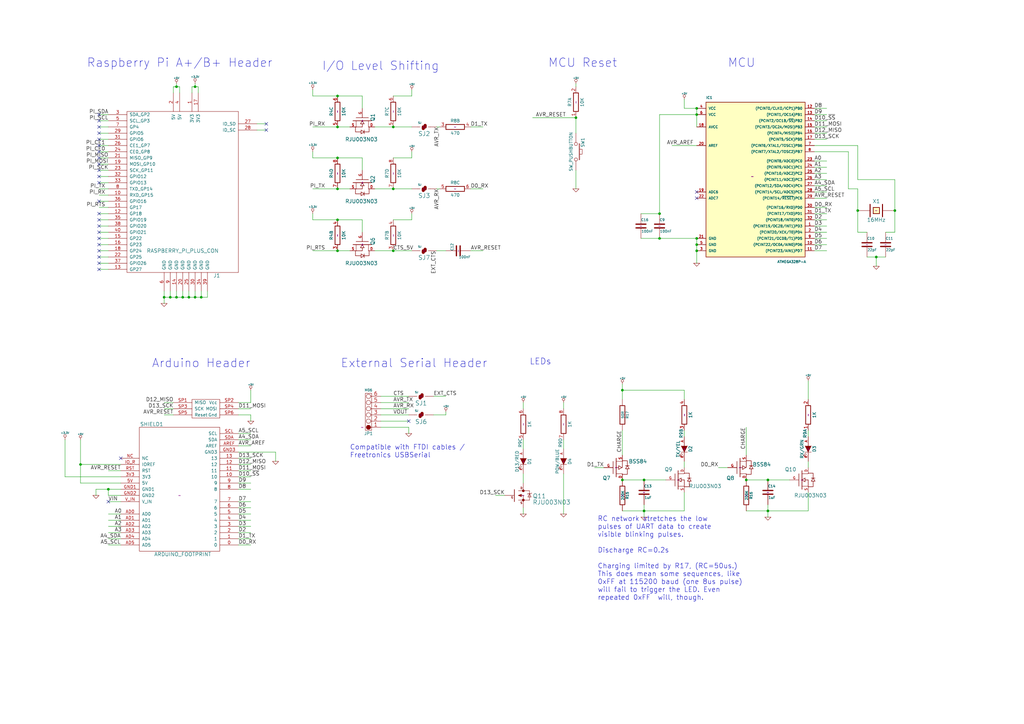
<source format=kicad_sch>
(kicad_sch (version 20230121) (generator eeschema)
  (paper "A3")
  (title_block (title "PiLeven Mini") (date "Fri 30 Jan 2015") (rev "V1.1") (company "tapr.org/ohl") (comment 1 "Licensed under TAPR Open Hardware License") (comment 2 "freetronics.com/pileven") (comment 3 "(C) 2015 Freetronics Pty Ltd") (comment 4 "PiLeven Mini - Arduino Compatible Raspberry Pi board"))
  (junction (at 306.07 196.85))
  (junction (at 285.75 44.45))
  (junction (at 314.96 209.55))
  (junction (at 255.27 160.02))
  (junction (at 138.43 90.17))
  (junction (at 138.43 77.47))
  (junction (at 82.55 121.92))
  (junction (at 138.43 102.87))
  (junction (at 138.43 52.07))
  (junction (at 264.16 196.85))
  (junction (at 33.02 190.5))
  (junction (at 72.39 35.56))
  (junction (at 367.03 86.36))
  (junction (at 138.43 64.77))
  (junction (at 270.51 97.79))
  (junction (at 69.85 121.92))
  (junction (at 285.75 100.33))
  (junction (at 74.93 121.92))
  (junction (at 138.43 39.37))
  (junction (at 77.47 121.92))
  (junction (at 67.31 121.92))
  (junction (at 255.27 196.85))
  (junction (at 270.51 87.63))
  (junction (at 285.75 102.87))
  (junction (at 161.29 102.87))
  (junction (at 80.01 35.56))
  (junction (at 161.29 77.47))
  (junction (at 264.16 209.55))
  (junction (at 285.75 97.79))
  (junction (at 72.39 121.92))
  (junction (at 285.75 46.99))
  (junction (at 161.29 52.07))
  (junction (at 359.41 105.41))
  (junction (at 236.22 48.26))
  (junction (at 44.45 200.66))
  (junction (at 80.01 121.92))
  (junction (at 351.79 86.36))
  (junction (at 314.96 196.85))
  (no_connect (at 109.22 53.34))
  (no_connect (at 285.75 81.28))
  (no_connect (at 44.45 205.74))
  (no_connect (at 40.64 69.85))
  (no_connect (at 40.64 110.49))
  (no_connect (at 109.22 50.8))
  (no_connect (at 40.64 64.77))
  (no_connect (at 40.64 52.07))
  (no_connect (at 40.64 62.23))
  (no_connect (at 40.64 46.99))
  (no_connect (at 40.64 100.33))
  (no_connect (at 167.64 172.72))
  (no_connect (at 40.64 54.61))
  (no_connect (at 40.64 87.63))
  (no_connect (at 40.64 67.31))
  (no_connect (at 40.64 90.17))
  (no_connect (at 40.64 107.95))
  (no_connect (at 40.64 72.39))
  (no_connect (at 40.64 92.71))
  (no_connect (at 285.75 78.74))
  (no_connect (at 40.64 105.41))
  (no_connect (at 40.64 74.93))
  (no_connect (at 40.64 49.53))
  (no_connect (at 40.64 82.55))
  (no_connect (at 49.53 187.96))
  (no_connect (at 40.64 57.15))
  (no_connect (at 40.64 97.79))
  (no_connect (at 40.64 59.69))
  (no_connect (at 40.64 102.87))
  (no_connect (at 40.64 95.25))
  (wire (pts (xy 49.53 193.04) (xy 44.45 193.04)))
  (wire (pts (xy 334.01 49.53) (xy 339.09 49.53)))
  (wire (pts (xy 156.21 170.18) (xy 167.64 170.18)))
  (wire (pts (xy 351.79 95.25) (xy 355.6 95.25)))
  (wire (pts (xy 49.53 213.36) (xy 44.45 213.36)))
  (wire (pts (xy 280.67 160.02) (xy 280.67 163.83)))
  (wire (pts (xy 128.27 90.17) (xy 138.43 90.17)))
  (wire (pts (xy 285.75 44.45) (xy 280.67 44.45)))
  (wire (pts (xy 138.43 39.37) (xy 148.59 39.37)))
  (wire (pts (xy 236.22 48.26) (xy 236.22 54.61)))
  (wire (pts (xy 262.89 87.63) (xy 270.51 87.63)))
  (wire (pts (xy 334.01 54.61) (xy 339.09 54.61)))
  (wire (pts (xy 97.79 200.66) (xy 102.87 200.66)))
  (wire (pts (xy 71.12 165.1) (xy 67.31 165.1)))
  (wire (pts (xy 193.04 77.47) (xy 198.12 77.47)))
  (wire (pts (xy 44.45 59.69) (xy 40.64 59.69)))
  (wire (pts (xy 367.03 73.66) (xy 367.03 86.36)))
  (wire (pts (xy 138.43 90.17) (xy 148.59 90.17)))
  (wire (pts (xy 44.45 105.41) (xy 40.64 105.41)))
  (wire (pts (xy 334.01 52.07) (xy 339.09 52.07)))
  (wire (pts (xy 67.31 121.92) (xy 69.85 121.92)))
  (wire (pts (xy 306.07 175.26) (xy 306.07 186.69)))
  (wire (pts (xy 44.45 62.23) (xy 40.64 62.23)))
  (wire (pts (xy 334.01 46.99) (xy 339.09 46.99)))
  (wire (pts (xy 236.22 69.85) (xy 236.22 77.47)))
  (wire (pts (xy 156.21 162.56) (xy 167.64 162.56)))
  (wire (pts (xy 153.67 52.07) (xy 161.29 52.07)))
  (wire (pts (xy 243.84 191.77) (xy 247.65 191.77)))
  (wire (pts (xy 44.45 72.39) (xy 40.64 72.39)))
  (wire (pts (xy 44.45 77.47) (xy 40.64 77.47)))
  (wire (pts (xy 128.27 62.23) (xy 128.27 64.77)))
  (wire (pts (xy 148.59 64.77) (xy 148.59 69.85)))
  (wire (pts (xy 156.21 165.1) (xy 167.64 165.1)))
  (wire (pts (xy 334.01 85.09) (xy 339.09 85.09)))
  (wire (pts (xy 334.01 62.23) (xy 347.98 62.23)))
  (wire (pts (xy 39.37 203.2) (xy 39.37 200.66)))
  (wire (pts (xy 179.07 52.07) (xy 180.34 52.07)))
  (wire (pts (xy 49.53 218.44) (xy 44.45 218.44)))
  (wire (pts (xy 97.79 205.74) (xy 102.87 205.74)))
  (wire (pts (xy 80.01 119.38) (xy 80.01 121.92)))
  (wire (pts (xy 306.07 209.55) (xy 314.96 209.55)))
  (wire (pts (xy 97.79 193.04) (xy 102.87 193.04)))
  (wire (pts (xy 128.27 77.47) (xy 138.43 77.47)))
  (wire (pts (xy 97.79 215.9) (xy 102.87 215.9)))
  (wire (pts (xy 359.41 105.41) (xy 363.22 105.41)))
  (wire (pts (xy 334.01 100.33) (xy 339.09 100.33)))
  (wire (pts (xy 255.27 196.85) (xy 264.16 196.85)))
  (wire (pts (xy 347.98 62.23) (xy 347.98 77.47)))
  (wire (pts (xy 270.51 46.99) (xy 285.75 46.99)))
  (wire (pts (xy 105.41 50.8) (xy 109.22 50.8)))
  (wire (pts (xy 314.96 209.55) (xy 331.47 209.55)))
  (wire (pts (xy 334.01 68.58) (xy 339.09 68.58)))
  (wire (pts (xy 44.45 92.71) (xy 40.64 92.71)))
  (wire (pts (xy 49.53 215.9) (xy 44.45 215.9)))
  (wire (pts (xy 97.79 190.5) (xy 102.87 190.5)))
  (wire (pts (xy 72.39 121.92) (xy 74.93 121.92)))
  (wire (pts (xy 231.14 184.15) (xy 231.14 180.34)))
  (wire (pts (xy 285.75 46.99) (xy 285.75 52.07)))
  (wire (pts (xy 264.16 207.01) (xy 264.16 209.55)))
  (wire (pts (xy 168.91 39.37) (xy 168.91 36.83)))
  (wire (pts (xy 44.45 110.49) (xy 40.64 110.49)))
  (wire (pts (xy 128.27 52.07) (xy 138.43 52.07)))
  (wire (pts (xy 262.89 97.79) (xy 270.51 97.79)))
  (wire (pts (xy 78.74 35.56) (xy 80.01 35.56)))
  (wire (pts (xy 167.64 175.26) (xy 167.64 177.8)))
  (wire (pts (xy 331.47 156.21) (xy 331.47 163.83)))
  (wire (pts (xy 44.45 85.09) (xy 40.64 85.09)))
  (wire (pts (xy 255.27 157.48) (xy 255.27 160.02)))
  (wire (pts (xy 33.02 190.5) (xy 33.02 198.12)))
  (wire (pts (xy 236.22 34.29) (xy 236.22 35.56)))
  (wire (pts (xy 26.67 180.34) (xy 26.67 195.58)))
  (wire (pts (xy 138.43 52.07) (xy 143.51 52.07)))
  (wire (pts (xy 156.21 172.72) (xy 167.64 172.72)))
  (wire (pts (xy 40.64 87.63) (xy 44.45 87.63)))
  (wire (pts (xy 334.01 95.25) (xy 339.09 95.25)))
  (wire (pts (xy 156.21 175.26) (xy 167.64 175.26)))
  (wire (pts (xy 33.02 198.12) (xy 49.53 198.12)))
  (wire (pts (xy 44.45 52.07) (xy 40.64 52.07)))
  (wire (pts (xy 214.63 208.28) (xy 214.63 210.82)))
  (wire (pts (xy 280.67 209.55) (xy 280.67 201.93)))
  (wire (pts (xy 351.79 86.36) (xy 351.79 95.25)))
  (wire (pts (xy 367.03 73.66) (xy 351.79 73.66)))
  (wire (pts (xy 97.79 210.82) (xy 102.87 210.82)))
  (wire (pts (xy 280.67 191.77) (xy 280.67 189.23)))
  (wire (pts (xy 97.79 182.88) (xy 102.87 182.88)))
  (wire (pts (xy 334.01 57.15) (xy 339.09 57.15)))
  (wire (pts (xy 347.98 77.47) (xy 351.79 77.47)))
  (wire (pts (xy 334.01 97.79) (xy 339.09 97.79)))
  (wire (pts (xy 77.47 121.92) (xy 80.01 121.92)))
  (wire (pts (xy 49.53 210.82) (xy 44.45 210.82)))
  (wire (pts (xy 44.45 107.95) (xy 40.64 107.95)))
  (wire (pts (xy 97.79 198.12) (xy 102.87 198.12)))
  (wire (pts (xy 44.45 64.77) (xy 40.64 64.77)))
  (wire (pts (xy 138.43 77.47) (xy 143.51 77.47)))
  (wire (pts (xy 72.39 34.29) (xy 72.39 35.56)))
  (wire (pts (xy 331.47 179.07) (xy 331.47 176.53)))
  (wire (pts (xy 351.79 73.66) (xy 351.79 59.69)))
  (wire (pts (xy 148.59 39.37) (xy 148.59 44.45)))
  (wire (pts (xy 33.02 190.5) (xy 49.53 190.5)))
  (wire (pts (xy 161.29 77.47) (xy 168.91 77.47)))
  (wire (pts (xy 285.75 97.79) (xy 285.75 100.33)))
  (wire (pts (xy 72.39 119.38) (xy 72.39 121.92)))
  (wire (pts (xy 97.79 170.18) (xy 102.87 170.18)))
  (wire (pts (xy 285.75 102.87) (xy 285.75 107.95)))
  (wire (pts (xy 285.75 100.33) (xy 285.75 102.87)))
  (wire (pts (xy 44.45 54.61) (xy 40.64 54.61)))
  (wire (pts (xy 80.01 35.56) (xy 81.28 35.56)))
  (wire (pts (xy 80.01 35.56) (xy 80.01 34.29)))
  (wire (pts (xy 39.37 200.66) (xy 44.45 200.66)))
  (wire (pts (xy 71.12 167.64) (xy 67.31 167.64)))
  (wire (pts (xy 44.45 82.55) (xy 40.64 82.55)))
  (wire (pts (xy 231.14 194.31) (xy 231.14 210.82)))
  (wire (pts (xy 351.79 59.69) (xy 334.01 59.69)))
  (wire (pts (xy 334.01 78.74) (xy 339.09 78.74)))
  (wire (pts (xy 49.53 205.74) (xy 44.45 205.74)))
  (wire (pts (xy 334.01 71.12) (xy 339.09 71.12)))
  (wire (pts (xy 102.87 165.1) (xy 102.87 160.02)))
  (wire (pts (xy 85.09 121.92) (xy 85.09 119.38)))
  (wire (pts (xy 128.27 64.77) (xy 138.43 64.77)))
  (wire (pts (xy 128.27 102.87) (xy 138.43 102.87)))
  (wire (pts (xy 255.27 176.53) (xy 255.27 186.69)))
  (wire (pts (xy 67.31 121.92) (xy 67.31 119.38)))
  (wire (pts (xy 44.45 90.17) (xy 40.64 90.17)))
  (wire (pts (xy 255.27 160.02) (xy 255.27 163.83)))
  (wire (pts (xy 44.45 80.01) (xy 40.64 80.01)))
  (wire (pts (xy 334.01 73.66) (xy 339.09 73.66)))
  (wire (pts (xy 314.96 196.85) (xy 323.85 196.85)))
  (wire (pts (xy 97.79 187.96) (xy 102.87 187.96)))
  (wire (pts (xy 97.79 177.8) (xy 102.87 177.8)))
  (wire (pts (xy 294.64 191.77) (xy 298.45 191.77)))
  (wire (pts (xy 77.47 119.38) (xy 77.47 121.92)))
  (wire (pts (xy 97.79 223.52) (xy 102.87 223.52)))
  (wire (pts (xy 49.53 203.2) (xy 44.45 203.2)))
  (wire (pts (xy 128.27 36.83) (xy 128.27 39.37)))
  (wire (pts (xy 280.67 160.02) (xy 255.27 160.02)))
  (wire (pts (xy 367.03 95.25) (xy 363.22 95.25)))
  (wire (pts (xy 264.16 196.85) (xy 273.05 196.85)))
  (wire (pts (xy 156.21 167.64) (xy 167.64 167.64)))
  (wire (pts (xy 182.88 170.18) (xy 182.88 168.91)))
  (wire (pts (xy 177.8 170.18) (xy 182.88 170.18)))
  (wire (pts (xy 179.07 102.87) (xy 182.88 102.87)))
  (wire (pts (xy 33.02 180.34) (xy 33.02 190.5)))
  (wire (pts (xy 161.29 39.37) (xy 168.91 39.37)))
  (wire (pts (xy 102.87 170.18) (xy 102.87 172.72)))
  (wire (pts (xy 44.45 97.79) (xy 40.64 97.79)))
  (wire (pts (xy 44.45 100.33) (xy 40.64 100.33)))
  (wire (pts (xy 270.51 97.79) (xy 285.75 97.79)))
  (wire (pts (xy 153.67 102.87) (xy 161.29 102.87)))
  (wire (pts (xy 113.03 185.42) (xy 113.03 189.23)))
  (wire (pts (xy 153.67 77.47) (xy 161.29 77.47)))
  (wire (pts (xy 128.27 39.37) (xy 138.43 39.37)))
  (wire (pts (xy 334.01 92.71) (xy 339.09 92.71)))
  (wire (pts (xy 82.55 119.38) (xy 82.55 121.92)))
  (wire (pts (xy 97.79 218.44) (xy 102.87 218.44)))
  (wire (pts (xy 161.29 90.17) (xy 168.91 90.17)))
  (wire (pts (xy 97.79 220.98) (xy 102.87 220.98)))
  (wire (pts (xy 44.45 49.53) (xy 40.64 49.53)))
  (wire (pts (xy 97.79 167.64) (xy 102.87 167.64)))
  (wire (pts (xy 81.28 35.56) (xy 81.28 38.1)))
  (wire (pts (xy 71.12 170.18) (xy 67.31 170.18)))
  (wire (pts (xy 314.96 209.55) (xy 314.96 212.09)))
  (wire (pts (xy 193.04 102.87) (xy 198.12 102.87)))
  (wire (pts (xy 285.75 44.45) (xy 285.75 46.99)))
  (wire (pts (xy 334.01 44.45) (xy 339.09 44.45)))
  (wire (pts (xy 161.29 102.87) (xy 168.91 102.87)))
  (wire (pts (xy 49.53 220.98) (xy 44.45 220.98)))
  (wire (pts (xy 73.66 35.56) (xy 73.66 38.1)))
  (wire (pts (xy 97.79 213.36) (xy 102.87 213.36)))
  (wire (pts (xy 214.63 184.15) (xy 214.63 180.34)))
  (wire (pts (xy 69.85 119.38) (xy 69.85 121.92)))
  (wire (pts (xy 72.39 35.56) (xy 73.66 35.56)))
  (wire (pts (xy 168.91 64.77) (xy 168.91 62.23)))
  (wire (pts (xy 161.29 52.07) (xy 168.91 52.07)))
  (wire (pts (xy 44.45 95.25) (xy 40.64 95.25)))
  (wire (pts (xy 331.47 209.55) (xy 331.47 201.93)))
  (wire (pts (xy 314.96 207.01) (xy 314.96 209.55)))
  (wire (pts (xy 334.01 87.63) (xy 339.09 87.63)))
  (wire (pts (xy 214.63 165.1) (xy 214.63 167.64)))
  (wire (pts (xy 44.45 74.93) (xy 40.64 74.93)))
  (wire (pts (xy 97.79 185.42) (xy 113.03 185.42)))
  (wire (pts (xy 71.12 35.56) (xy 72.39 35.56)))
  (wire (pts (xy 207.01 203.2) (xy 203.2 203.2)))
  (wire (pts (xy 161.29 64.77) (xy 168.91 64.77)))
  (wire (pts (xy 193.04 52.07) (xy 198.12 52.07)))
  (wire (pts (xy 44.45 67.31) (xy 40.64 67.31)))
  (wire (pts (xy 82.55 121.92) (xy 85.09 121.92)))
  (wire (pts (xy 331.47 191.77) (xy 331.47 189.23)))
  (wire (pts (xy 67.31 124.46) (xy 67.31 121.92)))
  (wire (pts (xy 44.45 69.85) (xy 40.64 69.85)))
  (wire (pts (xy 69.85 121.92) (xy 72.39 121.92)))
  (wire (pts (xy 44.45 102.87) (xy 40.64 102.87)))
  (wire (pts (xy 218.44 48.26) (xy 236.22 48.26)))
  (wire (pts (xy 44.45 203.2) (xy 44.45 200.66)))
  (wire (pts (xy 138.43 102.87) (xy 143.51 102.87)))
  (wire (pts (xy 214.63 194.31) (xy 214.63 198.12)))
  (wire (pts (xy 280.67 179.07) (xy 280.67 176.53)))
  (wire (pts (xy 168.91 90.17) (xy 168.91 87.63)))
  (wire (pts (xy 270.51 87.63) (xy 270.51 46.99)))
  (wire (pts (xy 74.93 119.38) (xy 74.93 121.92)))
  (wire (pts (xy 78.74 38.1) (xy 78.74 35.56)))
  (wire (pts (xy 138.43 64.77) (xy 148.59 64.77)))
  (wire (pts (xy 49.53 223.52) (xy 44.45 223.52)))
  (wire (pts (xy 44.45 200.66) (xy 49.53 200.66)))
  (wire (pts (xy 128.27 87.63) (xy 128.27 90.17)))
  (wire (pts (xy 80.01 121.92) (xy 82.55 121.92)))
  (wire (pts (xy 44.45 57.15) (xy 40.64 57.15)))
  (wire (pts (xy 97.79 165.1) (xy 102.87 165.1)))
  (wire (pts (xy 359.41 105.41) (xy 359.41 109.22)))
  (wire (pts (xy 280.67 44.45) (xy 280.67 40.64)))
  (wire (pts (xy 97.79 180.34) (xy 102.87 180.34)))
  (wire (pts (xy 231.14 165.1) (xy 231.14 167.64)))
  (wire (pts (xy 255.27 209.55) (xy 264.16 209.55)))
  (wire (pts (xy 306.07 196.85) (xy 314.96 196.85)))
  (wire (pts (xy 264.16 209.55) (xy 280.67 209.55)))
  (wire (pts (xy 148.59 90.17) (xy 148.59 95.25)))
  (wire (pts (xy 264.16 209.55) (xy 264.16 212.09)))
  (wire (pts (xy 351.79 77.47) (xy 351.79 86.36)))
  (wire (pts (xy 334.01 90.17) (xy 339.09 90.17)))
  (wire (pts (xy 105.41 53.34) (xy 109.22 53.34)))
  (wire (pts (xy 97.79 208.28) (xy 102.87 208.28)))
  (wire (pts (xy 71.12 35.56) (xy 71.12 38.1)))
  (wire (pts (xy 334.01 76.2) (xy 339.09 76.2)))
  (wire (pts (xy 367.03 86.36) (xy 367.03 95.25)))
  (wire (pts (xy 26.67 195.58) (xy 49.53 195.58)))
  (wire (pts (xy 285.75 59.69) (xy 275.59 59.69)))
  (wire (pts (xy 179.07 77.47) (xy 180.34 77.47)))
  (wire (pts (xy 334.01 81.28) (xy 339.09 81.28)))
  (wire (pts (xy 44.45 46.99) (xy 40.64 46.99)))
  (wire (pts (xy 355.6 105.41) (xy 359.41 105.41)))
  (wire (pts (xy 97.79 195.58) (xy 102.87 195.58)))
  (wire (pts (xy 177.8 162.56) (xy 182.88 162.56)))
  (wire (pts (xy 74.93 121.92) (xy 77.47 121.92)))
  (wire (pts (xy 334.01 102.87) (xy 339.09 102.87)))
  (wire (pts (xy 334.01 66.04) (xy 339.09 66.04)))
  (text "RC network stretches the low\npulses of UART data to create\nvisible blinking pulses.\n\nDischarge RC=0.2s\n\nCharging limited by R17, (RC=50us.)\nThis does mean some sequences, like\n0xFF at 115200 baud (one 8us pulse)\nwill fail to trigger the LED. Even\nrepeated 0xFF  will, though." (at 245.11 246.38 0) (effects (font (size 2.0066 2.0066)) (justify left bottom)))
  (text "Compatible with FTDI cables /\nFreetronics USBSerial" (at 143.51 187.96 0) (effects (font (size 2.0066 2.0066)) (justify left bottom)))
  (text "External Serial Header" (at 139.7 151.13 0) (effects (font (size 3.5052 3.5052)) (justify left bottom)))
  (text "MCU Reset" (at 224.79 27.94 0) (effects (font (size 3.5052 3.5052)) (justify left bottom)))
  (text "I/O Level Shifting" (at 132.08 29.21 0) (effects (font (size 3.5052 3.5052)) (justify left bottom)))
  (text "Raspberry Pi A+/B+ Header\n" (at 35.56 27.94 0) (effects (font (size 3.5052 3.5052)) (justify left bottom)))
  (text "Arduino Header" (at 62.23 151.13 0) (effects (font (size 3.5052 3.5052)) (justify left bottom)))
  (text "MCU" (at 298.45 27.94 0) (effects (font (size 3.5052 3.5052)) (justify left bottom)))
  (text "LEDs" (at 217.17 149.86 0) (effects (font (size 2.4892 2.4892)) (justify left bottom)))
  (label "D11_MOSI" (at 97.79 193.04 0) (effects (font (size 1.524 1.524))))
  (label "D2" (at 97.79 218.44 0) (effects (font (size 1.524 1.524))))
  (label "D4" (at 334.01 95.25 0) (effects (font (size 1.524 1.524))))
  (label "CTS" (at 161.29 162.56 0) (effects (font (size 1.524 1.524))))
  (label "PI_MISO" (at 44.45 64.77 180) (effects (font (size 1.524 1.524))))
  (label "AVR_AREF" (at 97.79 182.88 0) (effects (font (size 1.524 1.524))))
  (label "D13_SCK" (at 334.01 57.15 0) (effects (font (size 1.524 1.524))))
  (label "D5" (at 97.79 210.82 0) (effects (font (size 1.524 1.524))))
  (label "A5_SCL" (at 49.53 223.52 180) (effects (font (size 1.524 1.524))))
  (label "AVR_RESET" (at 49.53 193.04 180) (effects (font (size 1.524 1.524))))
  (label "D6" (at 334.01 100.33 0) (effects (font (size 1.524 1.524))))
  (label "D13_SCK" (at 71.12 167.64 180) (effects (font (size 1.524 1.524))))
  (label "A5_SCL" (at 334.01 78.74 0) (effects (font (size 1.524 1.524))))
  (label "PI_RX" (at 133.35 52.07 180) (effects (font (size 1.524 1.524))))
  (label "D12_MISO" (at 71.12 165.1 180) (effects (font (size 1.524 1.524))))
  (label "D12_MISO" (at 97.79 190.5 0) (effects (font (size 1.524 1.524))))
  (label "A4_SDA" (at 97.79 180.34 0) (effects (font (size 1.524 1.524))))
  (label "A2" (at 46.99 215.9 0) (effects (font (size 1.524 1.524))))
  (label "CHARGE" (at 255.27 176.53 270) (effects (font (size 1.524 1.524))))
  (label "VOUT" (at 161.29 170.18 0) (effects (font (size 1.524 1.524))))
  (label "D0_RX" (at 334.01 85.09 0) (effects (font (size 1.524 1.524))))
  (label "PI_MOSI" (at 44.45 67.31 180) (effects (font (size 1.524 1.524))))
  (label "D1_TX" (at 97.79 220.98 0) (effects (font (size 1.524 1.524))))
  (label "A1" (at 46.99 213.36 0) (effects (font (size 1.524 1.524))))
  (label "AVR_RX" (at 180.34 77.47 270) (effects (font (size 1.524 1.524))))
  (label "D10_~{SS}" (at 334.01 49.53 0) (effects (font (size 1.524 1.524))))
  (label "AVR_RX" (at 161.29 167.64 0) (effects (font (size 1.524 1.524))))
  (label "A2" (at 334.01 71.12 0) (effects (font (size 1.524 1.524))))
  (label "A4_SDA" (at 334.01 76.2 0) (effects (font (size 1.524 1.524))))
  (label "A1" (at 334.01 68.58 0) (effects (font (size 1.524 1.524))))
  (label "D11_MOSI" (at 97.79 167.64 0) (effects (font (size 1.524 1.524))))
  (label "D8" (at 97.79 200.66 0) (effects (font (size 1.524 1.524))))
  (label "D3" (at 97.79 215.9 0) (effects (font (size 1.524 1.524))))
  (label "PI_TX" (at 133.35 77.47 180) (effects (font (size 1.524 1.524))))
  (label "D1_TX" (at 193.04 52.07 0) (effects (font (size 1.524 1.524))))
  (label "D0_RX" (at 193.04 77.47 0) (effects (font (size 1.524 1.524))))
  (label "A3" (at 334.01 73.66 0) (effects (font (size 1.524 1.524))))
  (label "PI_RTS" (at 43.18 85.09 180) (effects (font (size 1.524 1.524))))
  (label "D1_TX" (at 334.01 87.63 0) (effects (font (size 1.524 1.524))))
  (label "D6" (at 97.79 208.28 0) (effects (font (size 1.524 1.524))))
  (label "D13_SCK" (at 207.01 203.2 180) (effects (font (size 1.524 1.524))))
  (label "A5_SCL" (at 97.79 177.8 0) (effects (font (size 1.524 1.524))))
  (label "D2" (at 334.01 90.17 0) (effects (font (size 1.524 1.524))))
  (label "D13_SCK" (at 97.79 187.96 0) (effects (font (size 1.524 1.524))))
  (label "PI_RTS" (at 133.35 102.87 180) (effects (font (size 1.524 1.524))))
  (label "A0" (at 46.99 210.82 0) (effects (font (size 1.524 1.524))))
  (label "D0_RX" (at 97.79 223.52 0) (effects (font (size 1.524 1.524))))
  (label "D12_MISO" (at 334.01 54.61 0) (effects (font (size 1.524 1.524))))
  (label "EXT_CTS" (at 177.8 162.56 0) (effects (font (size 1.524 1.524))))
  (label "VIN" (at 44.45 205.74 0) (effects (font (size 1.524 1.524))))
  (label "PI_CE0" (at 43.18 62.23 180) (effects (font (size 1.524 1.524))))
  (label "PI_SDA" (at 44.45 46.99 180) (effects (font (size 1.524 1.524))))
  (label "PI_CE1" (at 43.18 59.69 180) (effects (font (size 1.524 1.524))))
  (label "D1_TX" (at 247.65 191.77 180) (effects (font (size 1.524 1.524))))
  (label "A3" (at 46.99 218.44 0) (effects (font (size 1.524 1.524))))
  (label "PI_SCL" (at 44.45 49.53 180) (effects (font (size 1.524 1.524))))
  (label "PI_TX" (at 43.18 77.47 180) (effects (font (size 1.524 1.524))))
  (label "AVR_RESET" (at 334.01 81.28 0) (effects (font (size 1.524 1.524))))
  (label "AVR_TX" (at 180.34 52.07 270) (effects (font (size 1.524 1.524))))
  (label "CHARGE" (at 306.07 175.26 270) (effects (font (size 1.524 1.524))))
  (label "D5" (at 334.01 97.79 0) (effects (font (size 1.524 1.524))))
  (label "D7" (at 334.01 102.87 0) (effects (font (size 1.524 1.524))))
  (label "D9" (at 334.01 46.99 0) (effects (font (size 1.524 1.524))))
  (label "D7" (at 97.79 205.74 0) (effects (font (size 1.524 1.524))))
  (label "AVR_AREF" (at 284.48 59.69 180) (effects (font (size 1.524 1.524))))
  (label "D11_MOSI" (at 334.01 52.07 0) (effects (font (size 1.524 1.524))))
  (label "D9" (at 97.79 198.12 0) (effects (font (size 1.524 1.524))))
  (label "AVR_RESET" (at 219.71 48.26 0) (effects (font (size 1.524 1.524))))
  (label "EXT_CTS" (at 179.07 102.87 270) (effects (font (size 1.524 1.524))))
  (label "D10_~{SS}" (at 97.79 195.58 0) (effects (font (size 1.524 1.524))))
  (label "PI_SCK" (at 44.45 69.85 180) (effects (font (size 1.524 1.524))))
  (label "D0_RX" (at 294.64 191.77 180) (effects (font (size 1.524 1.524))))
  (label "AVR_TX" (at 161.29 165.1 0) (effects (font (size 1.524 1.524))))
  (label "AVR_RESET" (at 71.12 170.18 180) (effects (font (size 1.524 1.524))))
  (label "D8" (at 334.01 44.45 0) (effects (font (size 1.524 1.524))))
  (label "PI_RX" (at 43.18 80.01 180) (effects (font (size 1.524 1.524))))
  (label "D3" (at 334.01 92.71 0) (effects (font (size 1.524 1.524))))
  (label "A0" (at 334.01 66.04 0) (effects (font (size 1.524 1.524))))
  (label "AVR_RESET" (at 193.04 102.87 0) (effects (font (size 1.524 1.524))))
  (label "A4_SDA" (at 49.53 220.98 180) (effects (font (size 1.524 1.524))))
  (label "CTS_5V" (at 161.29 102.87 0) (effects (font (size 1.524 1.524))))
  (label "D4" (at 97.79 213.36 0) (effects (font (size 1.524 1.524))))
  (symbol (lib_id "PiLevenMini-rescue:ARDUINO_FOOTPRINT") (at 73.66 203.2 0) (unit 1)
    (property "Reference" "SHIELD1" (at 62.23 173.99 0) (effects (font (size 1.524 1.524))))
    (property "Value" "ARDUINO_FOOTPRINT" (at 74.93 227.33 0) (effects (font (size 1.524 1.524))))
    (property "Footprint" "FT:ARDUINO_SHIELD" (effects hide))
    (property "Datasheet" "~" (at 73.66 203.2 0) (effects (font (size 1.524 1.524))))
  )
  (symbol (lib_id "PiLevenMini-rescue:+5V") (at 102.87 160.02 0) (unit 1)
    (property "Reference" "#PWR01" (effects hide))
    (property "Value" "+5V" (at 102.87 157.734 0) (effects (font (size 0.762 0.762))))
  )
  (symbol (lib_id "PiLevenMini-rescue:GND") (at 102.87 172.72 0) (unit 1)
    (property "Reference" "#PWR02" (effects hide))
    (property "Value" "GND" (effects hide))
  )
  (symbol (lib_id "PiLevenMini-rescue:+5V") (at 33.02 180.34 0) (unit 1)
    (property "Reference" "#PWR03" (effects hide))
    (property "Value" "+5V" (at 33.02 178.054 0) (effects (font (size 0.762 0.762))))
  )
  (symbol (lib_id "PiLevenMini-rescue:+3.3V") (at 26.67 180.34 0) (unit 1)
    (property "Reference" "#PWR04" (effects hide))
    (property "Value" "+3.3V" (at 26.67 177.546 0) (effects (font (size 0.762 0.762))))
  )
  (symbol (lib_id "PiLevenMini-rescue:GND") (at 39.37 203.2 0) (unit 1)
    (property "Reference" "#PWR05" (effects hide))
    (property "Value" "GND" (effects hide))
  )
  (symbol (lib_id "PiLevenMini-rescue:SJ") (at 173.99 52.07 0) (unit 1)
    (property "Reference" "SJ2" (at 171.45 55.88 0) (effects (font (size 1.778 1.778)) (justify left bottom)))
    (property "Value" "SJ" (at 171.45 50.8 0) (effects (font (size 0.762 0.762)) (justify left bottom)))
    (property "Footprint" "FT:SJ_SHORTED" (effects hide))
    (property "Datasheet" "~" (at 173.99 52.07 0) (effects (font (size 1.524 1.524))))
  )
  (symbol (lib_id "PiLevenMini-rescue:SJ") (at 173.99 77.47 0) (unit 1)
    (property "Reference" "SJ3" (at 171.45 81.28 0) (effects (font (size 1.778 1.778)) (justify left bottom)))
    (property "Value" "SJ" (at 171.45 76.2 0) (effects (font (size 0.762 0.762)) (justify left bottom)))
    (property "Footprint" "FT:SJ_SHORTED" (effects hide))
    (property "Datasheet" "~" (at 173.99 77.47 0) (effects (font (size 1.524 1.524))))
  )
  (symbol (lib_id "PiLevenMini-rescue:+5V") (at 168.91 36.83 0) (unit 1)
    (property "Reference" "#PWR06" (effects hide))
    (property "Value" "+5V" (at 168.91 34.544 0) (effects (font (size 0.762 0.762))))
  )
  (symbol (lib_id "PiLevenMini-rescue:+3.3V") (at 128.27 36.83 0) (unit 1)
    (property "Reference" "#PWR07" (effects hide))
    (property "Value" "+3.3V" (at 128.27 34.036 0) (effects (font (size 0.762 0.762))))
  )
  (symbol (lib_id "PiLevenMini-rescue:GND") (at 236.22 77.47 0) (unit 1)
    (property "Reference" "#PWR08" (effects hide))
    (property "Value" "GND" (effects hide))
  )
  (symbol (lib_id "PiLevenMini-rescue:+5V") (at 236.22 34.29 0) (unit 1)
    (property "Reference" "#PWR09" (effects hide))
    (property "Value" "+5V" (at 236.22 32.004 0) (effects (font (size 0.762 0.762))))
  )
  (symbol (lib_id "PiLevenMini-rescue:ATMEGA328P-A") (at 308.61 72.39 0) (unit 1)
    (property "Reference" "IC1" (at 289.56 40.64 0) (effects (font (size 1.016 1.016)) (justify left bottom)))
    (property "Value" "ATMEGA328P-A" (at 318.77 107.95 0) (effects (font (size 1.016 1.016)) (justify left bottom)))
    (property "Footprint" "FT:QFP32_5mm_0.5mm" (effects hide))
    (property "Datasheet" "~" (at 308.61 72.39 0) (effects (font (size 1.524 1.524))))
  )
  (symbol (lib_id "PiLevenMini-rescue:GND") (at 285.75 107.95 0) (unit 1)
    (property "Reference" "#PWR010" (effects hide))
    (property "Value" "GND" (effects hide))
  )
  (symbol (lib_id "PiLevenMini-rescue:+5V") (at 280.67 40.64 0) (unit 1)
    (property "Reference" "#PWR011" (effects hide))
    (property "Value" "+5V" (at 280.67 38.354 0) (effects (font (size 0.762 0.762))))
  )
  (symbol (lib_id "PiLevenMini-rescue:C") (at 363.22 100.33 0) (unit 1)
    (property "Reference" "C11" (at 363.22 97.79 0) (effects (font (size 1.016 1.016)) (justify left)))
    (property "Value" "22pF" (at 363.3724 102.489 0) (effects (font (size 1.016 1.016)) (justify left)))
    (property "Footprint" "FT:0603_CAP" (effects hide))
    (property "Datasheet" "~" (at 363.22 100.33 0) (effects (font (size 1.524 1.524))))
  )
  (symbol (lib_id "PiLevenMini-rescue:C") (at 355.6 100.33 0) (unit 1)
    (property "Reference" "C10" (at 355.6 97.79 0) (effects (font (size 1.016 1.016)) (justify left)))
    (property "Value" "22pF" (at 355.7524 102.489 0) (effects (font (size 1.016 1.016)) (justify left)))
    (property "Footprint" "FT:0603_CAP" (effects hide))
    (property "Datasheet" "~" (at 355.6 100.33 0) (effects (font (size 1.524 1.524))))
  )
  (symbol (lib_id "PiLevenMini-rescue:CRYSTAL") (at 359.41 86.36 0) (unit 1)
    (property "Reference" "X1" (at 359.41 82.55 0) (effects (font (size 1.524 1.524))))
    (property "Value" "16MHz" (at 359.41 90.17 0) (effects (font (size 1.524 1.524))))
    (property "Footprint" "FT:CRYSTAL_HC49_PTH" (effects hide))
    (property "Datasheet" "~" (at 359.41 86.36 0) (effects (font (size 1.524 1.524))))
  )
  (symbol (lib_id "PiLevenMini-rescue:C") (at 270.51 92.71 0) (unit 1)
    (property "Reference" "C9" (at 270.51 90.17 0) (effects (font (size 1.016 1.016)) (justify left)))
    (property "Value" "100nF" (at 270.6624 94.869 0) (effects (font (size 1.016 1.016)) (justify left)))
    (property "Footprint" "FT:0603_CAP" (effects hide))
    (property "Datasheet" "~" (at 270.51 92.71 0) (effects (font (size 1.524 1.524))))
  )
  (symbol (lib_id "PiLevenMini-rescue:GND") (at 359.41 109.22 0) (unit 1)
    (property "Reference" "#PWR012" (effects hide))
    (property "Value" "GND" (effects hide))
  )
  (symbol (lib_id "PiLevenMini-rescue:MOSFET-NCHANNEL") (at 214.63 203.2 0) (unit 1)
    (property "Reference" "Q11" (at 218.44 204.47 0) (effects (font (size 1.778 1.778)) (justify left bottom)))
    (property "Value" "RJU003N03" (at 218.44 207.01 0) (effects (font (size 1.778 1.778)) (justify left bottom)))
    (property "Footprint" "FT:SOT323_FET" (effects hide))
    (property "Datasheet" "~" (at 214.63 203.2 0) (effects (font (size 1.524 1.524))))
  )
  (symbol (lib_id "PiLevenMini-rescue:LED") (at 214.63 189.23 270) (unit 1)
    (property "Reference" "D1" (at 217.17 189.23 0))
    (property "Value" "D13/RED" (at 212.09 189.23 0))
    (property "Footprint" "FT:LED-0603" (effects hide))
    (property "Datasheet" "~" (at 214.63 189.23 0) (effects (font (size 1.524 1.524))))
  )
  (symbol (lib_id "PiLevenMini-rescue:GND") (at 214.63 210.82 0) (unit 1)
    (property "Reference" "#PWR013" (effects hide))
    (property "Value" "GND" (effects hide))
  )
  (symbol (lib_id "PiLevenMini-rescue:+5V") (at 214.63 165.1 0) (unit 1)
    (property "Reference" "#PWR014" (effects hide))
    (property "Value" "+5V" (at 214.63 162.814 0) (effects (font (size 0.762 0.762))))
  )
  (symbol (lib_id "PiLevenMini-rescue:MOSFET_N") (at 148.59 49.53 270) (unit 1)
    (property "Reference" "Q1" (at 152.908 49.784 0) (effects (font (size 1.524 1.524)) (justify right)))
    (property "Value" "RJU003N03" (at 154.94 57.15 90) (effects (font (size 1.524 1.524)) (justify right)))
    (property "Footprint" "FT:SOT323_FET" (effects hide))
    (property "Datasheet" "~" (at 148.59 49.53 0) (effects (font (size 1.524 1.524))))
  )
  (symbol (lib_id "PiLevenMini-rescue:+5V") (at 168.91 62.23 0) (unit 1)
    (property "Reference" "#PWR015" (effects hide))
    (property "Value" "+5V" (at 168.91 59.944 0) (effects (font (size 0.762 0.762))))
  )
  (symbol (lib_id "PiLevenMini-rescue:+3.3V") (at 128.27 62.23 0) (unit 1)
    (property "Reference" "#PWR016" (effects hide))
    (property "Value" "+3.3V" (at 128.27 59.436 0) (effects (font (size 0.762 0.762))))
  )
  (symbol (lib_id "PiLevenMini-rescue:MOSFET_N") (at 148.59 74.93 270) (unit 1)
    (property "Reference" "Q2" (at 152.908 75.184 0) (effects (font (size 1.524 1.524)) (justify right)))
    (property "Value" "RJU003N03" (at 154.94 82.55 90) (effects (font (size 1.524 1.524)) (justify right)))
    (property "Footprint" "FT:SOT323_FET" (effects hide))
    (property "Datasheet" "~" (at 148.59 74.93 0) (effects (font (size 1.524 1.524))))
  )
  (symbol (lib_id "PiLevenMini-rescue:M06") (at 148.59 175.26 180) (unit 1)
    (property "Reference" "JP1" (at 151.13 177.8 0))
    (property "Value" "M06" (at 151.13 160.02 0) (effects (font (size 1.016 1.016))))
    (property "Footprint" "FT:1X06" (effects hide))
    (property "Datasheet" "~" (at 148.59 175.26 0) (effects (font (size 1.524 1.524))))
  )
  (symbol (lib_id "PiLevenMini-rescue:GND") (at 167.64 177.8 0) (unit 1)
    (property "Reference" "#PWR017" (effects hide))
    (property "Value" "GND" (effects hide))
  )
  (symbol (lib_id "PiLevenMini-rescue:RES_PACK4_IND") (at 186.69 52.07 0) (unit 2)
    (property "Reference" "R8" (at 186.69 49.53 0))
    (property "Value" "470" (at 186.69 54.61 0))
    (property "Footprint" "FT:RES_CAY16" (effects hide))
    (property "Datasheet" "~" (at 186.69 52.07 0) (effects (font (size 1.524 1.524))))
  )
  (symbol (lib_id "PiLevenMini-rescue:RES_PACK4_IND") (at 186.69 77.47 0) (unit 3)
    (property "Reference" "R8" (at 186.69 74.93 0))
    (property "Value" "470" (at 186.69 80.01 0))
    (property "Footprint" "FT:RES_CAY16" (effects hide))
    (property "Datasheet" "~" (at 186.69 77.47 0) (effects (font (size 1.524 1.524))))
  )
  (symbol (lib_id "PiLevenMini-rescue:RES_PACK4_IND") (at 138.43 45.72 90) (unit 3)
    (property "Reference" "R4" (at 135.89 45.72 0))
    (property "Value" "10K" (at 140.97 45.72 0))
    (property "Footprint" "FT:RES_CAY16" (effects hide))
    (property "Datasheet" "~" (at 138.43 45.72 0) (effects (font (size 1.524 1.524))))
  )
  (symbol (lib_id "PiLevenMini-rescue:RES_PACK4_IND") (at 161.29 45.72 90) (unit 3)
    (property "Reference" "R7" (at 158.75 45.72 0))
    (property "Value" "10K" (at 163.83 45.72 0))
    (property "Footprint" "FT:RES_CAY16" (effects hide))
    (property "Datasheet" "~" (at 161.29 45.72 0) (effects (font (size 1.524 1.524))))
  )
  (symbol (lib_id "PiLevenMini-rescue:RES_PACK4_IND") (at 138.43 71.12 90) (unit 4)
    (property "Reference" "R4" (at 135.89 71.12 0))
    (property "Value" "10K" (at 140.97 71.12 0))
    (property "Footprint" "FT:RES_CAY16" (effects hide))
    (property "Datasheet" "~" (at 138.43 71.12 0) (effects (font (size 1.524 1.524))))
  )
  (symbol (lib_id "PiLevenMini-rescue:RES_PACK4_IND") (at 161.29 71.12 90) (unit 4)
    (property "Reference" "R7" (at 158.75 71.12 0))
    (property "Value" "10K" (at 163.83 71.12 0))
    (property "Footprint" "FT:RES_CAY16" (effects hide))
    (property "Datasheet" "~" (at 161.29 71.12 0) (effects (font (size 1.524 1.524))))
  )
  (symbol (lib_id "PiLevenMini-rescue:RES_PACK4_IND") (at 138.43 96.52 90) (unit 2)
    (property "Reference" "R4" (at 135.89 96.52 0))
    (property "Value" "10K" (at 140.97 96.52 0))
    (property "Footprint" "FT:RES_CAY16" (effects hide))
    (property "Datasheet" "~" (at 138.43 96.52 0) (effects (font (size 1.524 1.524))))
  )
  (symbol (lib_id "PiLevenMini-rescue:RES_PACK4_IND") (at 161.29 96.52 90) (unit 2)
    (property "Reference" "R7" (at 158.75 96.52 0))
    (property "Value" "10K" (at 163.83 96.52 0))
    (property "Footprint" "FT:RES_CAY16" (effects hide))
    (property "Datasheet" "~" (at 161.29 96.52 0) (effects (font (size 1.524 1.524))))
  )
  (symbol (lib_id "PiLevenMini-rescue:LED") (at 280.67 184.15 270) (unit 1)
    (property "Reference" "D2" (at 283.21 184.15 0))
    (property "Value" "TX/YEL" (at 278.13 184.15 0))
    (property "Footprint" "FT:LED-0603" (effects hide))
    (property "Datasheet" "~" (at 280.67 184.15 0) (effects (font (size 1.524 1.524))))
  )
  (symbol (lib_id "PiLevenMini-rescue:LED") (at 331.47 184.15 270) (unit 1)
    (property "Reference" "D3" (at 334.01 184.15 0))
    (property "Value" "RX/GRN" (at 328.93 184.15 0))
    (property "Footprint" "FT:LED-0603" (effects hide))
    (property "Datasheet" "~" (at 331.47 184.15 0) (effects (font (size 1.524 1.524))))
  )
  (symbol (lib_id "PiLevenMini-rescue:LED") (at 231.14 189.23 270) (unit 1)
    (property "Reference" "D4" (at 233.68 189.23 0))
    (property "Value" "POW/BLUE" (at 228.6 189.23 0))
    (property "Footprint" "FT:LED-0603" (effects hide))
    (property "Datasheet" "~" (at 231.14 189.23 0) (effects (font (size 1.524 1.524))))
  )
  (symbol (lib_id "PiLevenMini-rescue:GND") (at 231.14 210.82 0) (unit 1)
    (property "Reference" "#PWR018" (effects hide))
    (property "Value" "GND" (effects hide))
  )
  (symbol (lib_id "PiLevenMini-rescue:+5V") (at 231.14 165.1 0) (unit 1)
    (property "Reference" "#PWR019" (effects hide))
    (property "Value" "+5V" (at 231.14 162.814 0) (effects (font (size 0.762 0.762))))
  )
  (symbol (lib_id "PiLevenMini-rescue:RES_PACK4_IND") (at 214.63 173.99 90) (unit 3)
    (property "Reference" "R9" (at 213.36 181.61 0))
    (property "Value" "1K" (at 217.17 173.99 0))
    (property "Footprint" "FT:RES_CAY16" (effects hide))
    (property "Datasheet" "~" (at 214.63 173.99 0) (effects (font (size 1.524 1.524))))
  )
  (symbol (lib_id "PiLevenMini-rescue:RES_PACK4_IND") (at 280.67 170.18 90) (unit 2)
    (property "Reference" "R9" (at 279.4 177.8 0))
    (property "Value" "1K" (at 283.21 170.18 0))
    (property "Footprint" "FT:RES_CAY16" (effects hide))
    (property "Datasheet" "~" (at 280.67 170.18 0) (effects (font (size 1.524 1.524))))
  )
  (symbol (lib_id "PiLevenMini-rescue:RES_PACK4_IND") (at 231.14 173.99 90) (unit 4)
    (property "Reference" "R9" (at 229.87 181.61 0))
    (property "Value" "1K" (at 233.68 173.99 0))
    (property "Footprint" "FT:RES_CAY16" (effects hide))
    (property "Datasheet" "~" (at 231.14 173.99 0) (effects (font (size 1.524 1.524))))
  )
  (symbol (lib_id "PiLevenMini-rescue:SJ") (at 173.99 102.87 0) (unit 1)
    (property "Reference" "SJ7" (at 171.45 106.68 0) (effects (font (size 1.778 1.778)) (justify left bottom)))
    (property "Value" "SJ" (at 171.45 101.6 0) (effects (font (size 0.762 0.762)) (justify left bottom)))
    (property "Footprint" "FT:SJ_SHORTED" (effects hide))
    (property "Datasheet" "~" (at 173.99 102.87 0) (effects (font (size 1.524 1.524))))
  )
  (symbol (lib_id "PiLevenMini-rescue:+5V") (at 168.91 87.63 0) (unit 1)
    (property "Reference" "#PWR020" (effects hide))
    (property "Value" "+5V" (at 168.91 85.344 0) (effects (font (size 0.762 0.762))))
  )
  (symbol (lib_id "PiLevenMini-rescue:+3.3V") (at 128.27 87.63 0) (unit 1)
    (property "Reference" "#PWR021" (effects hide))
    (property "Value" "+3.3V" (at 128.27 84.836 0) (effects (font (size 0.762 0.762))))
  )
  (symbol (lib_id "PiLevenMini-rescue:MOSFET_N") (at 148.59 100.33 270) (unit 1)
    (property "Reference" "Q6" (at 152.908 100.584 0) (effects (font (size 1.524 1.524)) (justify right)))
    (property "Value" "RJU003N03" (at 154.94 107.95 90) (effects (font (size 1.524 1.524)) (justify right)))
    (property "Footprint" "FT:SOT323_FET" (effects hide))
    (property "Datasheet" "~" (at 148.59 100.33 0) (effects (font (size 1.524 1.524))))
  )
  (symbol (lib_id "PiLevenMini-rescue:C") (at 187.96 102.87 90) (unit 1)
    (property "Reference" "C12" (at 185.42 102.87 0) (effects (font (size 1.016 1.016)) (justify left)))
    (property "Value" "100nF" (at 193.04 105.41 90) (effects (font (size 1.016 1.016)) (justify left)))
    (property "Footprint" "FT:0603_CAP" (effects hide))
    (property "Datasheet" "~" (at 187.96 102.87 0) (effects (font (size 1.524 1.524))))
  )
  (symbol (lib_id "PiLevenMini-rescue:SJ") (at 172.72 170.18 0) (unit 1)
    (property "Reference" "SJ6" (at 170.18 173.99 0) (effects (font (size 1.778 1.778)) (justify left bottom)))
    (property "Value" "SJ" (at 170.18 168.91 0) (effects (font (size 0.762 0.762)) (justify left bottom)))
    (property "Footprint" "FT:SJ_SHORTED" (effects hide))
    (property "Datasheet" "~" (at 172.72 170.18 0) (effects (font (size 1.524 1.524))))
  )
  (symbol (lib_id "PiLevenMini-rescue:+5V") (at 182.88 168.91 0) (unit 1)
    (property "Reference" "#PWR022" (effects hide))
    (property "Value" "+5V" (at 182.88 166.624 0) (effects (font (size 0.762 0.762))))
  )
  (symbol (lib_id "PiLevenMini-rescue:SJ") (at 172.72 162.56 0) (unit 1)
    (property "Reference" "SJ1" (at 170.18 166.37 0) (effects (font (size 1.778 1.778)) (justify left bottom)))
    (property "Value" "SJ" (at 170.18 161.29 0) (effects (font (size 0.762 0.762)) (justify left bottom)))
    (property "Footprint" "FT:SJ_SHORTED" (effects hide))
    (property "Datasheet" "~" (at 172.72 162.56 0) (effects (font (size 1.524 1.524))))
  )
  (symbol (lib_id "PiLevenMini-rescue:MOSFET_P") (at 252.73 191.77 0) (mirror x) (unit 1)
    (property "Reference" "Q7" (at 250.444 196.088 0) (effects (font (size 1.524 1.524)) (justify right)))
    (property "Value" "BSS84" (at 265.43 189.23 0) (effects (font (size 1.524 1.524)) (justify right)))
    (property "Footprint" "FT:SOT23_FET" (effects hide))
    (property "Datasheet" "~" (at 252.73 191.77 0) (effects (font (size 1.524 1.524))))
  )
  (symbol (lib_id "PiLevenMini-rescue:C") (at 264.16 201.93 0) (unit 1)
    (property "Reference" "C13" (at 264.16 199.39 0) (effects (font (size 1.016 1.016)) (justify left)))
    (property "Value" "1uF" (at 264.3124 204.089 0) (effects (font (size 1.016 1.016)) (justify left)))
    (property "Footprint" "FT:0603_CAP" (effects hide))
    (property "Datasheet" "~" (at 264.16 201.93 0) (effects (font (size 1.524 1.524))))
  )
  (symbol (lib_id "PiLevenMini-rescue:MOSFET_P") (at 303.53 191.77 0) (mirror x) (unit 1)
    (property "Reference" "Q8" (at 301.244 196.088 0) (effects (font (size 1.524 1.524)) (justify right)))
    (property "Value" "BSS84" (at 316.23 190.5 0) (effects (font (size 1.524 1.524)) (justify right)))
    (property "Footprint" "FT:SOT23_FET" (effects hide))
    (property "Datasheet" "~" (at 303.53 191.77 0) (effects (font (size 1.524 1.524))))
  )
  (symbol (lib_id "PiLevenMini-rescue:C") (at 314.96 201.93 0) (unit 1)
    (property "Reference" "C14" (at 314.96 199.39 0) (effects (font (size 1.016 1.016)) (justify left)))
    (property "Value" "1uF" (at 315.1124 204.089 0) (effects (font (size 1.016 1.016)) (justify left)))
    (property "Footprint" "FT:0603_CAP" (effects hide))
    (property "Datasheet" "~" (at 314.96 201.93 0) (effects (font (size 1.524 1.524))))
  )
  (symbol (lib_id "PiLevenMini-rescue:+5V") (at 331.47 156.21 0) (unit 1)
    (property "Reference" "#PWR023" (effects hide))
    (property "Value" "+5V" (at 331.47 153.924 0) (effects (font (size 0.762 0.762))))
  )
  (symbol (lib_id "PiLevenMini-rescue:MOSFET_N") (at 328.93 196.85 0) (unit 1)
    (property "Reference" "Q10" (at 326.644 192.532 0) (effects (font (size 1.524 1.524)) (justify right)))
    (property "Value" "RJU003N03" (at 339.09 203.2 0) (effects (font (size 1.524 1.524)) (justify right)))
    (property "Footprint" "FT:SOT323_FET" (effects hide))
    (property "Datasheet" "~" (at 328.93 196.85 0) (effects (font (size 1.524 1.524))))
  )
  (symbol (lib_id "PiLevenMini-rescue:R") (at 306.07 203.2 0) (unit 1)
    (property "Reference" "R16" (at 308.102 203.2 90) (effects (font (size 1.016 1.016))))
    (property "Value" "200K" (at 306.2478 203.1746 90) (effects (font (size 1.016 1.016))))
    (property "Footprint" "FT:0603" (effects hide))
    (property "Datasheet" "~" (at 306.07 203.2 0) (effects (font (size 0.762 0.762))))
  )
  (symbol (lib_id "PiLevenMini-rescue:GND") (at 314.96 212.09 0) (unit 1)
    (property "Reference" "#PWR024" (effects hide))
    (property "Value" "GND" (effects hide))
  )
  (symbol (lib_id "PiLevenMini-rescue:RES_PACK4_IND") (at 331.47 170.18 90) (unit 1)
    (property "Reference" "R9" (at 330.2 177.8 0))
    (property "Value" "1K" (at 334.01 170.18 0))
    (property "Footprint" "FT:RES_CAY16" (effects hide))
    (property "Datasheet" "~" (at 331.47 170.18 0) (effects (font (size 1.524 1.524))))
  )
  (symbol (lib_id "PiLevenMini-rescue:+5V") (at 255.27 157.48 0) (unit 1)
    (property "Reference" "#PWR025" (effects hide))
    (property "Value" "+5V" (at 255.27 155.194 0) (effects (font (size 0.762 0.762))))
  )
  (symbol (lib_id "PiLevenMini-rescue:MOSFET_N") (at 278.13 196.85 0) (unit 1)
    (property "Reference" "Q9" (at 275.844 192.532 0) (effects (font (size 1.524 1.524)) (justify right)))
    (property "Value" "RJU003N03" (at 295.91 199.39 0) (effects (font (size 1.524 1.524)) (justify right)))
    (property "Footprint" "FT:SOT323_FET" (effects hide))
    (property "Datasheet" "~" (at 278.13 196.85 0) (effects (font (size 1.524 1.524))))
  )
  (symbol (lib_id "PiLevenMini-rescue:R") (at 255.27 203.2 0) (unit 1)
    (property "Reference" "R15" (at 257.302 203.2 90) (effects (font (size 1.016 1.016))))
    (property "Value" "200K" (at 255.4478 203.1746 90) (effects (font (size 1.016 1.016))))
    (property "Footprint" "FT:0603" (effects hide))
    (property "Datasheet" "~" (at 255.27 203.2 0) (effects (font (size 0.762 0.762))))
  )
  (symbol (lib_id "PiLevenMini-rescue:GND") (at 264.16 212.09 0) (unit 1)
    (property "Reference" "#PWR026" (effects hide))
    (property "Value" "GND" (effects hide))
  )
  (symbol (lib_id "PiLevenMini-rescue:C") (at 262.89 92.71 0) (unit 1)
    (property "Reference" "C16" (at 262.89 90.17 0) (effects (font (size 1.016 1.016)) (justify left)))
    (property "Value" "100nF" (at 263.0424 94.869 0) (effects (font (size 1.016 1.016)) (justify left)))
    (property "Footprint" "FT:0603_CAP" (effects hide))
    (property "Datasheet" "~" (at 262.89 92.71 0) (effects (font (size 1.524 1.524))))
  )
  (symbol (lib_id "PiLevenMini-rescue:R") (at 255.27 170.18 0) (unit 1)
    (property "Reference" "R17" (at 257.302 170.18 90) (effects (font (size 1.016 1.016))))
    (property "Value" "50R" (at 255.4478 170.1546 90) (effects (font (size 1.016 1.016))))
    (property "Footprint" "FT:0603" (effects hide))
  )
  (symbol (lib_id "PiLevenMini-rescue:RASPBERRY_PI_PLUS_CON") (at 76.2 78.74 0) (unit 1)
    (property "Reference" "J1" (at 88.9 113.03 0) (effects (font (size 1.524 1.524))))
    (property "Value" "RASPBERRY_PI_PLUS_CON" (at 74.93 102.87 0) (effects (font (size 1.524 1.524))))
    (property "Footprint" "FT:RASPBERRY_PI_HAT" (effects hide))
  )
  (symbol (lib_id "PiLevenMini-rescue:+5V") (at 72.39 34.29 0) (unit 1)
    (property "Reference" "#PWR027" (effects hide))
    (property "Value" "+5V" (at 72.39 32.004 0) (effects (font (size 0.762 0.762))))
  )
  (symbol (lib_id "PiLevenMini-rescue:+3.3V") (at 80.01 34.29 0) (unit 1)
    (property "Reference" "#PWR028" (effects hide))
    (property "Value" "+3.3V" (at 80.01 31.496 0) (effects (font (size 0.762 0.762))))
  )
  (symbol (lib_id "PiLevenMini-rescue:GND") (at 67.31 124.46 0) (unit 1)
    (property "Reference" "#PWR029" (effects hide))
    (property "Value" "GND" (effects hide))
  )
  (symbol (lib_id "PiLevenMini-rescue:RES_PACK4_IND") (at 236.22 41.91 90) (unit 1)
    (property "Reference" "R7" (at 233.68 41.91 0))
    (property "Value" "10K" (at 238.76 41.91 0))
    (property "Footprint" "FT:RES_CAY16" (effects hide))
    (property "Datasheet" "~" (at 236.22 41.91 0) (effects (font (size 1.524 1.524))))
  )
  (symbol (lib_id "PiLevenMini-rescue:GND") (at 113.03 189.23 0) (unit 1)
    (property "Reference" "#PWR030" (effects hide))
    (property "Value" "GND" (effects hide))
  )
  (symbol (lib_id "PiLevenMini-rescue:SW_PUSHBUTTON") (at 236.22 62.23 270) (unit 1)
    (property "Reference" "SW1" (at 239.014 58.42 0))
    (property "Value" "SW_PUSHBUTTON" (at 234.188 62.23 0))
  )
)
</source>
